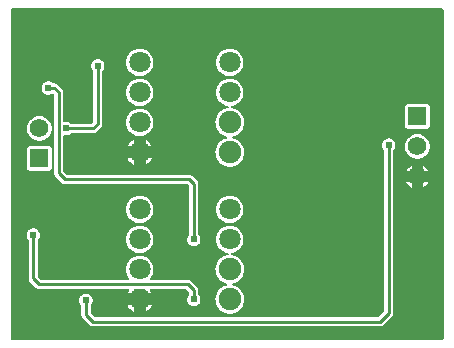
<source format=gbl>
G04 Layer: BottomLayer*
G04 EasyEDA v6.5.47, 2024-12-22 15:22:41*
G04 e1e7952599984f8b88d5fc9924ef2239,3d6967793dfb4ab392e21a473a945d40,10*
G04 Gerber Generator version 0.2*
G04 Scale: 100 percent, Rotated: No, Reflected: No *
G04 Dimensions in millimeters *
G04 leading zeros omitted , absolute positions ,4 integer and 5 decimal *
%FSLAX45Y45*%
%MOMM*%

%ADD10C,0.2540*%
%ADD11R,1.5748X1.5748*%
%ADD12C,1.5748*%
%ADD13C,1.8000*%
%ADD14C,1.9050*%
%ADD15C,0.6200*%
%ADD16C,0.0127*%

%LPD*%
G36*
X1420368Y3125978D02*
G01*
X1416456Y3126740D01*
X1413205Y3128975D01*
X1410970Y3132226D01*
X1410208Y3136138D01*
X1410208Y5920232D01*
X1410970Y5924143D01*
X1413205Y5927394D01*
X1416456Y5929630D01*
X1420368Y5930392D01*
X5063998Y5930392D01*
X5067909Y5929630D01*
X5071160Y5927394D01*
X5073396Y5924143D01*
X5074158Y5920232D01*
X5074158Y3136138D01*
X5073396Y3132226D01*
X5071160Y3128975D01*
X5067909Y3126740D01*
X5063998Y3125978D01*
G37*

%LPC*%
G36*
X2108708Y3237992D02*
G01*
X4533392Y3237992D01*
X4541418Y3238804D01*
X4548632Y3240989D01*
X4555337Y3244545D01*
X4561535Y3249676D01*
X4637024Y3325164D01*
X4642154Y3331362D01*
X4645710Y3338068D01*
X4647895Y3345281D01*
X4648708Y3353308D01*
X4648708Y4729480D01*
X4649419Y4733290D01*
X4651552Y4736541D01*
X4654346Y4739487D01*
X4659731Y4747463D01*
X4663744Y4756251D01*
X4666132Y4765598D01*
X4666996Y4775200D01*
X4666132Y4784801D01*
X4663744Y4794148D01*
X4659731Y4802936D01*
X4654346Y4810912D01*
X4647692Y4817872D01*
X4639919Y4823612D01*
X4631283Y4827981D01*
X4622088Y4830775D01*
X4612538Y4832045D01*
X4602886Y4831588D01*
X4593437Y4829556D01*
X4584496Y4826000D01*
X4576267Y4820920D01*
X4569053Y4814570D01*
X4562957Y4807051D01*
X4558284Y4798618D01*
X4555083Y4789525D01*
X4553458Y4780026D01*
X4553458Y4770374D01*
X4555083Y4760874D01*
X4558284Y4751781D01*
X4562957Y4743348D01*
X4569256Y4735626D01*
X4570933Y4732629D01*
X4571492Y4729226D01*
X4571492Y3373018D01*
X4570730Y3369106D01*
X4568494Y3365804D01*
X4520895Y3318205D01*
X4517593Y3315970D01*
X4513681Y3315208D01*
X2128418Y3315208D01*
X2124506Y3315970D01*
X2121204Y3318205D01*
X2087829Y3351580D01*
X2085593Y3354882D01*
X2084832Y3358794D01*
X2084832Y3414725D01*
X2085543Y3418484D01*
X2087676Y3421735D01*
X2090572Y3424783D01*
X2095957Y3432759D01*
X2099919Y3441547D01*
X2102358Y3450894D01*
X2103170Y3460496D01*
X2102358Y3470097D01*
X2099919Y3479444D01*
X2095957Y3488232D01*
X2090572Y3496208D01*
X2083866Y3503168D01*
X2076094Y3508908D01*
X2067509Y3513277D01*
X2058263Y3516071D01*
X2048713Y3517341D01*
X2039061Y3516884D01*
X2029663Y3514851D01*
X2020671Y3511296D01*
X2012492Y3506215D01*
X2005228Y3499865D01*
X1999183Y3492347D01*
X1994458Y3483914D01*
X1991258Y3474821D01*
X1989632Y3465322D01*
X1989632Y3455670D01*
X1991258Y3446170D01*
X1994458Y3437077D01*
X1999183Y3428644D01*
X2005380Y3420973D01*
X2007057Y3417976D01*
X2007616Y3414623D01*
X2007616Y3339084D01*
X2008428Y3331057D01*
X2010613Y3323844D01*
X2014169Y3317138D01*
X2019300Y3310940D01*
X2080564Y3249676D01*
X2086762Y3244545D01*
X2093468Y3240989D01*
X2100681Y3238804D01*
G37*
G36*
X3263900Y3345942D02*
G01*
X3278784Y3346856D01*
X3293465Y3349599D01*
X3307638Y3354120D01*
X3321202Y3360369D01*
X3333902Y3368243D01*
X3345535Y3377590D01*
X3355898Y3388309D01*
X3364890Y3400196D01*
X3372358Y3413099D01*
X3378149Y3426815D01*
X3382213Y3441192D01*
X3384499Y3455924D01*
X3384956Y3470808D01*
X3383584Y3485692D01*
X3380435Y3500272D01*
X3375456Y3514293D01*
X3368801Y3527653D01*
X3360572Y3540099D01*
X3350869Y3551428D01*
X3339846Y3561486D01*
X3327654Y3570071D01*
X3314547Y3577132D01*
X3300628Y3582517D01*
X3294227Y3584143D01*
X3290366Y3586073D01*
X3287623Y3589477D01*
X3286556Y3593693D01*
X3287369Y3597960D01*
X3289858Y3601516D01*
X3293618Y3603701D01*
X3307638Y3608120D01*
X3321202Y3614369D01*
X3333902Y3622243D01*
X3345535Y3631590D01*
X3355898Y3642309D01*
X3364890Y3654196D01*
X3372358Y3667099D01*
X3378149Y3680815D01*
X3382213Y3695192D01*
X3384499Y3709924D01*
X3384956Y3724808D01*
X3383584Y3739692D01*
X3380435Y3754272D01*
X3375456Y3768293D01*
X3368801Y3781653D01*
X3360572Y3794099D01*
X3350869Y3805428D01*
X3339846Y3815486D01*
X3327654Y3824071D01*
X3314547Y3831132D01*
X3300628Y3836517D01*
X3286150Y3840175D01*
X3282238Y3840683D01*
X3278378Y3841953D01*
X3275329Y3844696D01*
X3273602Y3848404D01*
X3273450Y3852468D01*
X3274923Y3856278D01*
X3277819Y3859174D01*
X3281578Y3860749D01*
X3292703Y3862832D01*
X3306572Y3867353D01*
X3319729Y3873550D01*
X3332022Y3881323D01*
X3343249Y3890619D01*
X3353206Y3901236D01*
X3361740Y3913022D01*
X3368751Y3925773D01*
X3374136Y3939286D01*
X3377742Y3953408D01*
X3379571Y3967835D01*
X3379571Y3982364D01*
X3377742Y3996791D01*
X3374136Y4010914D01*
X3368751Y4024426D01*
X3361740Y4037177D01*
X3353206Y4048963D01*
X3343249Y4059580D01*
X3332022Y4068876D01*
X3319729Y4076649D01*
X3306572Y4082846D01*
X3292703Y4087368D01*
X3278428Y4090060D01*
X3263900Y4090974D01*
X3249371Y4090060D01*
X3235096Y4087368D01*
X3221228Y4082846D01*
X3208070Y4076649D01*
X3195777Y4068876D01*
X3184550Y4059580D01*
X3174593Y4048963D01*
X3166059Y4037177D01*
X3159048Y4024426D01*
X3153664Y4010914D01*
X3150057Y3996791D01*
X3148228Y3982364D01*
X3148228Y3967835D01*
X3150057Y3953408D01*
X3153664Y3939286D01*
X3159048Y3925773D01*
X3166059Y3913022D01*
X3174593Y3901236D01*
X3184550Y3890619D01*
X3195777Y3881323D01*
X3208070Y3873550D01*
X3221228Y3867353D01*
X3235096Y3862832D01*
X3246221Y3860749D01*
X3249980Y3859174D01*
X3252876Y3856278D01*
X3254349Y3852468D01*
X3254197Y3848404D01*
X3252470Y3844696D01*
X3249422Y3841953D01*
X3245561Y3840683D01*
X3241649Y3840175D01*
X3227171Y3836517D01*
X3213252Y3831132D01*
X3200146Y3824071D01*
X3187954Y3815486D01*
X3176930Y3805428D01*
X3167227Y3794099D01*
X3158998Y3781653D01*
X3152343Y3768293D01*
X3147364Y3754272D01*
X3144215Y3739692D01*
X3142843Y3724808D01*
X3143300Y3709924D01*
X3145586Y3695192D01*
X3149650Y3680815D01*
X3155442Y3667099D01*
X3162909Y3654196D01*
X3171901Y3642309D01*
X3182264Y3631590D01*
X3193897Y3622243D01*
X3206597Y3614369D01*
X3220161Y3608120D01*
X3234182Y3603701D01*
X3237941Y3601516D01*
X3240430Y3597960D01*
X3241243Y3593693D01*
X3240176Y3589477D01*
X3237433Y3586073D01*
X3233572Y3584143D01*
X3227171Y3582517D01*
X3213252Y3577132D01*
X3200146Y3570071D01*
X3187954Y3561486D01*
X3176930Y3551428D01*
X3167227Y3540099D01*
X3158998Y3527653D01*
X3152343Y3514293D01*
X3147364Y3500272D01*
X3144215Y3485692D01*
X3142843Y3470808D01*
X3143300Y3455924D01*
X3145586Y3441192D01*
X3149650Y3426815D01*
X3155442Y3413099D01*
X3162909Y3400196D01*
X3171901Y3388309D01*
X3182264Y3377590D01*
X3193897Y3368243D01*
X3206597Y3360369D01*
X3220161Y3354120D01*
X3234334Y3349599D01*
X3249015Y3346856D01*
G37*
G36*
X2553258Y3363417D02*
G01*
X2557729Y3365550D01*
X2570022Y3373323D01*
X2581249Y3382619D01*
X2591206Y3393236D01*
X2599740Y3405022D01*
X2605633Y3415741D01*
X2553258Y3415741D01*
G37*
G36*
X2450541Y3363417D02*
G01*
X2450541Y3415741D01*
X2398166Y3415741D01*
X2404059Y3405022D01*
X2412593Y3393236D01*
X2422550Y3382619D01*
X2433777Y3373323D01*
X2446070Y3365550D01*
G37*
G36*
X2961538Y3410254D02*
G01*
X2971088Y3411524D01*
X2980283Y3414318D01*
X2988919Y3418687D01*
X2996692Y3424428D01*
X3003346Y3431387D01*
X3008731Y3439363D01*
X3012744Y3448151D01*
X3015132Y3457498D01*
X3015996Y3467100D01*
X3015132Y3476701D01*
X3012744Y3486048D01*
X3008731Y3494836D01*
X3003346Y3502812D01*
X3000552Y3505758D01*
X2998419Y3509010D01*
X2997708Y3512820D01*
X2997708Y3542792D01*
X2996895Y3550818D01*
X2994710Y3558032D01*
X2991154Y3564737D01*
X2986024Y3570935D01*
X2935935Y3621024D01*
X2929737Y3626154D01*
X2923032Y3629710D01*
X2915818Y3631895D01*
X2907792Y3632708D01*
X2600604Y3632708D01*
X2596235Y3633673D01*
X2592730Y3636416D01*
X2590749Y3640328D01*
X2590596Y3644747D01*
X2592374Y3648862D01*
X2599740Y3659022D01*
X2606751Y3671773D01*
X2612136Y3685286D01*
X2615742Y3699408D01*
X2617571Y3713835D01*
X2617571Y3728364D01*
X2615742Y3742791D01*
X2612136Y3756914D01*
X2606751Y3770426D01*
X2599740Y3783177D01*
X2591206Y3794963D01*
X2581249Y3805580D01*
X2570022Y3814876D01*
X2557729Y3822649D01*
X2544572Y3828846D01*
X2530703Y3833368D01*
X2516428Y3836060D01*
X2501900Y3836974D01*
X2487371Y3836060D01*
X2473096Y3833368D01*
X2459228Y3828846D01*
X2446070Y3822649D01*
X2433777Y3814876D01*
X2422550Y3805580D01*
X2412593Y3794963D01*
X2404059Y3783177D01*
X2397048Y3770426D01*
X2391664Y3756914D01*
X2388057Y3742791D01*
X2386228Y3728364D01*
X2386228Y3713835D01*
X2388057Y3699408D01*
X2391664Y3685286D01*
X2397048Y3671773D01*
X2404059Y3659022D01*
X2411425Y3648862D01*
X2413203Y3644747D01*
X2413050Y3640328D01*
X2411069Y3636416D01*
X2407564Y3633673D01*
X2403195Y3632708D01*
X1671218Y3632708D01*
X1667306Y3633470D01*
X1664004Y3635705D01*
X1641805Y3657904D01*
X1639570Y3661206D01*
X1638807Y3665118D01*
X1638807Y3967479D01*
X1639519Y3971290D01*
X1641652Y3974541D01*
X1644446Y3977487D01*
X1649831Y3985463D01*
X1653844Y3994251D01*
X1656232Y4003598D01*
X1657096Y4013200D01*
X1656232Y4022801D01*
X1653844Y4032148D01*
X1649831Y4040936D01*
X1644446Y4048912D01*
X1637792Y4055872D01*
X1630019Y4061612D01*
X1621383Y4065981D01*
X1612188Y4068775D01*
X1602638Y4070045D01*
X1592986Y4069587D01*
X1583537Y4067556D01*
X1574596Y4064000D01*
X1566367Y4058920D01*
X1559153Y4052570D01*
X1553057Y4045051D01*
X1548384Y4036618D01*
X1545183Y4027525D01*
X1543558Y4018026D01*
X1543558Y4008374D01*
X1545183Y3998874D01*
X1548384Y3989781D01*
X1553057Y3981348D01*
X1559356Y3973626D01*
X1561033Y3970629D01*
X1561592Y3967226D01*
X1561592Y3645408D01*
X1562404Y3637381D01*
X1564589Y3630168D01*
X1568145Y3623462D01*
X1573276Y3617264D01*
X1623364Y3567176D01*
X1629562Y3562045D01*
X1636268Y3558489D01*
X1643481Y3556304D01*
X1651507Y3555492D01*
X2403195Y3555492D01*
X2407564Y3554526D01*
X2411069Y3551783D01*
X2413050Y3547872D01*
X2413203Y3543452D01*
X2411425Y3539337D01*
X2404059Y3529177D01*
X2398166Y3518458D01*
X2450541Y3518458D01*
X2450541Y3545332D01*
X2451303Y3549243D01*
X2453538Y3552494D01*
X2456840Y3554729D01*
X2460701Y3555492D01*
X2543098Y3555492D01*
X2546959Y3554729D01*
X2550261Y3552494D01*
X2552496Y3549243D01*
X2553258Y3545332D01*
X2553258Y3518458D01*
X2605633Y3518458D01*
X2599740Y3529177D01*
X2592374Y3539337D01*
X2590596Y3543452D01*
X2590749Y3547872D01*
X2592730Y3551783D01*
X2596235Y3554526D01*
X2600604Y3555492D01*
X2888081Y3555492D01*
X2891993Y3554729D01*
X2895295Y3552494D01*
X2917494Y3530295D01*
X2919730Y3526993D01*
X2920492Y3523081D01*
X2920492Y3513074D01*
X2919933Y3509670D01*
X2918256Y3506673D01*
X2911957Y3498951D01*
X2907284Y3490518D01*
X2904083Y3481425D01*
X2902458Y3471926D01*
X2902458Y3462274D01*
X2904083Y3452774D01*
X2907284Y3443681D01*
X2911957Y3435248D01*
X2918053Y3427729D01*
X2925267Y3421379D01*
X2933496Y3416300D01*
X2942437Y3412744D01*
X2951886Y3410712D01*
G37*
G36*
X2501900Y3859225D02*
G01*
X2516428Y3860139D01*
X2530703Y3862832D01*
X2544572Y3867353D01*
X2557729Y3873550D01*
X2570022Y3881323D01*
X2581249Y3890619D01*
X2591206Y3901236D01*
X2599740Y3913022D01*
X2606751Y3925773D01*
X2612136Y3939286D01*
X2615742Y3953408D01*
X2617571Y3967835D01*
X2617571Y3982364D01*
X2615742Y3996791D01*
X2612136Y4010914D01*
X2606751Y4024426D01*
X2599740Y4037177D01*
X2591206Y4048963D01*
X2581249Y4059580D01*
X2570022Y4068876D01*
X2557729Y4076649D01*
X2544572Y4082846D01*
X2530703Y4087368D01*
X2516428Y4090060D01*
X2501900Y4090974D01*
X2487371Y4090060D01*
X2473096Y4087368D01*
X2459228Y4082846D01*
X2446070Y4076649D01*
X2433777Y4068876D01*
X2422550Y4059580D01*
X2412593Y4048963D01*
X2404059Y4037177D01*
X2397048Y4024426D01*
X2391664Y4010914D01*
X2388057Y3996791D01*
X2386228Y3982364D01*
X2386228Y3967835D01*
X2388057Y3953408D01*
X2391664Y3939286D01*
X2397048Y3925773D01*
X2404059Y3913022D01*
X2412593Y3901236D01*
X2422550Y3890619D01*
X2433777Y3881323D01*
X2446070Y3873550D01*
X2459228Y3867353D01*
X2473096Y3862832D01*
X2487371Y3860139D01*
G37*
G36*
X2961538Y3918254D02*
G01*
X2971088Y3919524D01*
X2980283Y3922318D01*
X2988919Y3926687D01*
X2996692Y3932428D01*
X3003346Y3939387D01*
X3008731Y3947363D01*
X3012744Y3956151D01*
X3015132Y3965498D01*
X3015996Y3975100D01*
X3015132Y3984701D01*
X3012744Y3994048D01*
X3008731Y4002836D01*
X3003346Y4010812D01*
X3000552Y4013758D01*
X2998419Y4017010D01*
X2997708Y4020820D01*
X2997708Y4444492D01*
X2996895Y4452518D01*
X2994710Y4459732D01*
X2991154Y4466437D01*
X2986024Y4472635D01*
X2948635Y4510024D01*
X2942437Y4515154D01*
X2935732Y4518710D01*
X2928518Y4520895D01*
X2920492Y4521708D01*
X1887118Y4521708D01*
X1883206Y4522470D01*
X1879904Y4524705D01*
X1857705Y4546904D01*
X1855470Y4550206D01*
X1854707Y4554118D01*
X1854707Y4849723D01*
X1855724Y4854092D01*
X1858467Y4857597D01*
X1862531Y4859578D01*
X1867001Y4859629D01*
X1872386Y4858512D01*
X1882038Y4858054D01*
X1891588Y4859324D01*
X1900783Y4862118D01*
X1909419Y4866487D01*
X1921459Y4875479D01*
X1925421Y4876292D01*
X2107692Y4876292D01*
X2115718Y4877104D01*
X2122932Y4879289D01*
X2129637Y4882845D01*
X2135835Y4887976D01*
X2173224Y4925364D01*
X2178354Y4931562D01*
X2181910Y4938268D01*
X2184095Y4945481D01*
X2184908Y4953508D01*
X2184908Y5401056D01*
X2185619Y5404866D01*
X2187752Y5408117D01*
X2190546Y5411063D01*
X2195931Y5419039D01*
X2199944Y5427827D01*
X2202332Y5437174D01*
X2203196Y5446776D01*
X2202332Y5456377D01*
X2199944Y5465724D01*
X2195931Y5474512D01*
X2190546Y5482488D01*
X2183892Y5489448D01*
X2176119Y5495188D01*
X2167483Y5499557D01*
X2158288Y5502351D01*
X2148738Y5503621D01*
X2139086Y5503164D01*
X2129637Y5501132D01*
X2120696Y5497576D01*
X2112467Y5492496D01*
X2105253Y5486146D01*
X2099157Y5478627D01*
X2094484Y5470194D01*
X2091283Y5461101D01*
X2089657Y5451602D01*
X2089657Y5441950D01*
X2091283Y5432450D01*
X2094484Y5423357D01*
X2099157Y5414924D01*
X2105456Y5407202D01*
X2107133Y5404205D01*
X2107692Y5400802D01*
X2107692Y4973218D01*
X2106930Y4969306D01*
X2104694Y4966004D01*
X2095195Y4956505D01*
X2091893Y4954270D01*
X2087981Y4953508D01*
X1925421Y4953508D01*
X1921459Y4954320D01*
X1909419Y4963312D01*
X1900783Y4967681D01*
X1891588Y4970475D01*
X1882038Y4971745D01*
X1872386Y4971288D01*
X1867001Y4970170D01*
X1862531Y4970221D01*
X1858467Y4972202D01*
X1855724Y4975707D01*
X1854707Y4980076D01*
X1854707Y5219192D01*
X1853895Y5227218D01*
X1851710Y5234432D01*
X1848154Y5241137D01*
X1843024Y5247335D01*
X1805635Y5284724D01*
X1799437Y5289854D01*
X1792732Y5293410D01*
X1785518Y5295595D01*
X1777492Y5296408D01*
X1773021Y5296408D01*
X1769059Y5297220D01*
X1757019Y5306212D01*
X1748383Y5310581D01*
X1739188Y5313375D01*
X1729638Y5314645D01*
X1719986Y5314188D01*
X1710537Y5312156D01*
X1701596Y5308600D01*
X1693367Y5303520D01*
X1686153Y5297170D01*
X1680057Y5289651D01*
X1675384Y5281218D01*
X1672183Y5272125D01*
X1670557Y5262626D01*
X1670557Y5252974D01*
X1672183Y5243474D01*
X1675384Y5234381D01*
X1680057Y5225948D01*
X1686153Y5218430D01*
X1693367Y5212080D01*
X1701596Y5207000D01*
X1710537Y5203444D01*
X1719986Y5201412D01*
X1729638Y5200954D01*
X1739188Y5202224D01*
X1748383Y5205018D01*
X1757019Y5209387D01*
X1761693Y5212080D01*
X1765300Y5212435D01*
X1768754Y5211521D01*
X1771700Y5209489D01*
X1774494Y5206695D01*
X1776730Y5203393D01*
X1777492Y5199481D01*
X1777492Y4534408D01*
X1778304Y4526381D01*
X1780489Y4519168D01*
X1784045Y4512462D01*
X1789175Y4506264D01*
X1839264Y4456176D01*
X1845462Y4451045D01*
X1852168Y4447489D01*
X1859381Y4445304D01*
X1867407Y4444492D01*
X2900781Y4444492D01*
X2904693Y4443730D01*
X2907995Y4441494D01*
X2917494Y4431995D01*
X2919730Y4428693D01*
X2920492Y4424781D01*
X2920492Y4021074D01*
X2919933Y4017670D01*
X2918256Y4014673D01*
X2911957Y4006951D01*
X2907284Y3998518D01*
X2904083Y3989425D01*
X2902458Y3979926D01*
X2902458Y3970274D01*
X2904083Y3960774D01*
X2907284Y3951681D01*
X2911957Y3943248D01*
X2918053Y3935729D01*
X2925267Y3929379D01*
X2933496Y3924300D01*
X2942437Y3920744D01*
X2951886Y3918712D01*
G37*
G36*
X3263900Y4113225D02*
G01*
X3278428Y4114139D01*
X3292703Y4116832D01*
X3306572Y4121353D01*
X3319729Y4127550D01*
X3332022Y4135323D01*
X3343249Y4144619D01*
X3353206Y4155236D01*
X3361740Y4167022D01*
X3368751Y4179773D01*
X3374136Y4193286D01*
X3377742Y4207408D01*
X3379571Y4221835D01*
X3379571Y4236364D01*
X3377742Y4250791D01*
X3374136Y4264914D01*
X3368751Y4278426D01*
X3361740Y4291177D01*
X3353206Y4302963D01*
X3343249Y4313580D01*
X3332022Y4322876D01*
X3319729Y4330649D01*
X3306572Y4336846D01*
X3292703Y4341368D01*
X3278428Y4344060D01*
X3263900Y4344974D01*
X3249371Y4344060D01*
X3235096Y4341368D01*
X3221228Y4336846D01*
X3208070Y4330649D01*
X3195777Y4322876D01*
X3184550Y4313580D01*
X3174593Y4302963D01*
X3166059Y4291177D01*
X3159048Y4278426D01*
X3153664Y4264914D01*
X3150057Y4250791D01*
X3148228Y4236364D01*
X3148228Y4221835D01*
X3150057Y4207408D01*
X3153664Y4193286D01*
X3159048Y4179773D01*
X3166059Y4167022D01*
X3174593Y4155236D01*
X3184550Y4144619D01*
X3195777Y4135323D01*
X3208070Y4127550D01*
X3221228Y4121353D01*
X3235096Y4116832D01*
X3249371Y4114139D01*
G37*
G36*
X2501900Y4113225D02*
G01*
X2516428Y4114139D01*
X2530703Y4116832D01*
X2544572Y4121353D01*
X2557729Y4127550D01*
X2570022Y4135323D01*
X2581249Y4144619D01*
X2591206Y4155236D01*
X2599740Y4167022D01*
X2606751Y4179773D01*
X2612136Y4193286D01*
X2615742Y4207408D01*
X2617571Y4221835D01*
X2617571Y4236364D01*
X2615742Y4250791D01*
X2612136Y4264914D01*
X2606751Y4278426D01*
X2599740Y4291177D01*
X2591206Y4302963D01*
X2581249Y4313580D01*
X2570022Y4322876D01*
X2557729Y4330649D01*
X2544572Y4336846D01*
X2530703Y4341368D01*
X2516428Y4344060D01*
X2501900Y4344974D01*
X2487371Y4344060D01*
X2473096Y4341368D01*
X2459228Y4336846D01*
X2446070Y4330649D01*
X2433777Y4322876D01*
X2422550Y4313580D01*
X2412593Y4302963D01*
X2404059Y4291177D01*
X2397048Y4278426D01*
X2391664Y4264914D01*
X2388057Y4250791D01*
X2386228Y4236364D01*
X2386228Y4221835D01*
X2388057Y4207408D01*
X2391664Y4193286D01*
X2397048Y4179773D01*
X2404059Y4167022D01*
X2412593Y4155236D01*
X2422550Y4144619D01*
X2433777Y4135323D01*
X2446070Y4127550D01*
X2459228Y4121353D01*
X2473096Y4116832D01*
X2487371Y4114139D01*
G37*
G36*
X4897120Y4414621D02*
G01*
X4903724Y4417872D01*
X4915103Y4425492D01*
X4925364Y4434535D01*
X4934407Y4444796D01*
X4942027Y4456176D01*
X4945278Y4462780D01*
X4897120Y4462780D01*
G37*
G36*
X4805680Y4414621D02*
G01*
X4805680Y4462780D01*
X4757521Y4462780D01*
X4760772Y4456176D01*
X4768392Y4444796D01*
X4777435Y4434535D01*
X4787696Y4425492D01*
X4799076Y4417872D01*
G37*
G36*
X4757521Y4554220D02*
G01*
X4805680Y4554220D01*
X4805680Y4602378D01*
X4799076Y4599127D01*
X4787696Y4591507D01*
X4777435Y4582464D01*
X4768392Y4572203D01*
X4760772Y4560824D01*
G37*
G36*
X4897120Y4554220D02*
G01*
X4945278Y4554220D01*
X4942027Y4560824D01*
X4934407Y4572203D01*
X4925364Y4582464D01*
X4915103Y4591507D01*
X4903724Y4599127D01*
X4897120Y4602378D01*
G37*
G36*
X1572818Y4556252D02*
G01*
X1729181Y4556252D01*
X1735480Y4556963D01*
X1740966Y4558893D01*
X1745843Y4561941D01*
X1749958Y4566056D01*
X1753006Y4570933D01*
X1754936Y4576419D01*
X1755648Y4582718D01*
X1755648Y4739081D01*
X1754936Y4745380D01*
X1753006Y4750866D01*
X1749958Y4755743D01*
X1745843Y4759858D01*
X1740966Y4762906D01*
X1735480Y4764836D01*
X1729181Y4765548D01*
X1572818Y4765548D01*
X1566519Y4764836D01*
X1561033Y4762906D01*
X1556156Y4759858D01*
X1552041Y4755743D01*
X1548993Y4750866D01*
X1547063Y4745380D01*
X1546352Y4739081D01*
X1546352Y4582718D01*
X1547063Y4576419D01*
X1548993Y4570933D01*
X1552041Y4566056D01*
X1556156Y4561941D01*
X1561033Y4558893D01*
X1566519Y4556963D01*
G37*
G36*
X3263900Y4590542D02*
G01*
X3278784Y4591456D01*
X3293465Y4594199D01*
X3307638Y4598720D01*
X3321202Y4604969D01*
X3333902Y4612843D01*
X3345535Y4622190D01*
X3355898Y4632909D01*
X3364890Y4644796D01*
X3372358Y4657699D01*
X3378149Y4671415D01*
X3382213Y4685792D01*
X3384499Y4700524D01*
X3384956Y4715408D01*
X3383584Y4730292D01*
X3380435Y4744872D01*
X3375456Y4758893D01*
X3368801Y4772253D01*
X3360572Y4784699D01*
X3350869Y4796028D01*
X3339846Y4806086D01*
X3327654Y4814671D01*
X3314547Y4821732D01*
X3300628Y4827117D01*
X3294227Y4828743D01*
X3290366Y4830673D01*
X3287623Y4834077D01*
X3286556Y4838293D01*
X3287369Y4842560D01*
X3289858Y4846116D01*
X3293618Y4848301D01*
X3307638Y4852720D01*
X3321202Y4858969D01*
X3333902Y4866843D01*
X3345535Y4876190D01*
X3355898Y4886909D01*
X3364890Y4898796D01*
X3372358Y4911699D01*
X3378149Y4925415D01*
X3382213Y4939792D01*
X3384499Y4954524D01*
X3384956Y4969408D01*
X3383584Y4984292D01*
X3380435Y4998872D01*
X3375456Y5012893D01*
X3368801Y5026253D01*
X3360572Y5038699D01*
X3350869Y5050028D01*
X3339846Y5060086D01*
X3327654Y5068671D01*
X3314547Y5075732D01*
X3300628Y5081117D01*
X3286150Y5084775D01*
X3282238Y5085283D01*
X3278378Y5086553D01*
X3275329Y5089296D01*
X3273602Y5093004D01*
X3273450Y5097068D01*
X3274923Y5100878D01*
X3277819Y5103774D01*
X3281578Y5105349D01*
X3292703Y5107432D01*
X3306572Y5111953D01*
X3319729Y5118150D01*
X3332022Y5125923D01*
X3343249Y5135219D01*
X3353206Y5145836D01*
X3361740Y5157622D01*
X3368751Y5170373D01*
X3374136Y5183886D01*
X3377742Y5198008D01*
X3379571Y5212435D01*
X3379571Y5226964D01*
X3377742Y5241391D01*
X3374136Y5255514D01*
X3368751Y5269026D01*
X3361740Y5281777D01*
X3353206Y5293563D01*
X3343249Y5304180D01*
X3332022Y5313476D01*
X3319729Y5321249D01*
X3306572Y5327446D01*
X3292703Y5331968D01*
X3278428Y5334660D01*
X3263900Y5335574D01*
X3249371Y5334660D01*
X3235096Y5331968D01*
X3221228Y5327446D01*
X3208070Y5321249D01*
X3195777Y5313476D01*
X3184550Y5304180D01*
X3174593Y5293563D01*
X3166059Y5281777D01*
X3159048Y5269026D01*
X3153664Y5255514D01*
X3150057Y5241391D01*
X3148228Y5226964D01*
X3148228Y5212435D01*
X3150057Y5198008D01*
X3153664Y5183886D01*
X3159048Y5170373D01*
X3166059Y5157622D01*
X3174593Y5145836D01*
X3184550Y5135219D01*
X3195777Y5125923D01*
X3208070Y5118150D01*
X3221228Y5111953D01*
X3235096Y5107432D01*
X3246221Y5105349D01*
X3249980Y5103774D01*
X3252876Y5100878D01*
X3254349Y5097068D01*
X3254197Y5093004D01*
X3252470Y5089296D01*
X3249422Y5086553D01*
X3245561Y5085283D01*
X3241649Y5084775D01*
X3227171Y5081117D01*
X3213252Y5075732D01*
X3200146Y5068671D01*
X3187954Y5060086D01*
X3176930Y5050028D01*
X3167227Y5038699D01*
X3158998Y5026253D01*
X3152343Y5012893D01*
X3147364Y4998872D01*
X3144215Y4984292D01*
X3142843Y4969408D01*
X3143300Y4954524D01*
X3145586Y4939792D01*
X3149650Y4925415D01*
X3155442Y4911699D01*
X3162909Y4898796D01*
X3171901Y4886909D01*
X3182264Y4876190D01*
X3193897Y4866843D01*
X3206597Y4858969D01*
X3220161Y4852720D01*
X3234182Y4848301D01*
X3237941Y4846116D01*
X3240430Y4842560D01*
X3241243Y4838293D01*
X3240176Y4834077D01*
X3237433Y4830673D01*
X3233572Y4828743D01*
X3227171Y4827117D01*
X3213252Y4821732D01*
X3200146Y4814671D01*
X3187954Y4806086D01*
X3176930Y4796028D01*
X3167227Y4784699D01*
X3158998Y4772253D01*
X3152343Y4758893D01*
X3147364Y4744872D01*
X3144215Y4730292D01*
X3142843Y4715408D01*
X3143300Y4700524D01*
X3145586Y4685792D01*
X3149650Y4671415D01*
X3155442Y4657699D01*
X3162909Y4644796D01*
X3171901Y4632909D01*
X3182264Y4622190D01*
X3193897Y4612843D01*
X3206597Y4604969D01*
X3220161Y4598720D01*
X3234334Y4594199D01*
X3249015Y4591456D01*
G37*
G36*
X2450541Y4608017D02*
G01*
X2450541Y4660341D01*
X2398166Y4660341D01*
X2404059Y4649622D01*
X2412593Y4637836D01*
X2422550Y4627219D01*
X2433777Y4617923D01*
X2446070Y4610150D01*
G37*
G36*
X2553258Y4608017D02*
G01*
X2557729Y4610150D01*
X2570022Y4617923D01*
X2581249Y4627219D01*
X2591206Y4637836D01*
X2599740Y4649622D01*
X2605633Y4660341D01*
X2553258Y4660341D01*
G37*
G36*
X4851400Y4657852D02*
G01*
X4865065Y4658766D01*
X4878476Y4661458D01*
X4891430Y4665827D01*
X4903724Y4671872D01*
X4915103Y4679492D01*
X4925364Y4688535D01*
X4934407Y4698796D01*
X4942027Y4710176D01*
X4948072Y4722469D01*
X4952441Y4735423D01*
X4955133Y4748834D01*
X4956048Y4762500D01*
X4955133Y4776165D01*
X4952441Y4789576D01*
X4948072Y4802530D01*
X4942027Y4814824D01*
X4934407Y4826203D01*
X4925364Y4836464D01*
X4915103Y4845507D01*
X4903724Y4853127D01*
X4891430Y4859172D01*
X4878476Y4863541D01*
X4865065Y4866233D01*
X4851400Y4867148D01*
X4837734Y4866233D01*
X4824323Y4863541D01*
X4811369Y4859172D01*
X4799076Y4853127D01*
X4787696Y4845507D01*
X4777435Y4836464D01*
X4768392Y4826203D01*
X4760772Y4814824D01*
X4754727Y4802530D01*
X4750358Y4789576D01*
X4747666Y4776165D01*
X4746752Y4762500D01*
X4747666Y4748834D01*
X4750358Y4735423D01*
X4754727Y4722469D01*
X4760772Y4710176D01*
X4768392Y4698796D01*
X4777435Y4688535D01*
X4787696Y4679492D01*
X4799076Y4671872D01*
X4811369Y4665827D01*
X4824323Y4661458D01*
X4837734Y4658766D01*
G37*
G36*
X2398166Y4763058D02*
G01*
X2450541Y4763058D01*
X2450541Y4815382D01*
X2446070Y4813249D01*
X2433777Y4805476D01*
X2422550Y4796180D01*
X2412593Y4785563D01*
X2404059Y4773777D01*
G37*
G36*
X2553258Y4763058D02*
G01*
X2605633Y4763058D01*
X2599740Y4773777D01*
X2591206Y4785563D01*
X2581249Y4796180D01*
X2570022Y4805476D01*
X2557729Y4813249D01*
X2553258Y4815382D01*
G37*
G36*
X1651000Y4810252D02*
G01*
X1664665Y4811166D01*
X1678076Y4813858D01*
X1691030Y4818227D01*
X1703324Y4824272D01*
X1714703Y4831892D01*
X1724964Y4840935D01*
X1734007Y4851196D01*
X1741627Y4862576D01*
X1747672Y4874869D01*
X1752041Y4887823D01*
X1754733Y4901234D01*
X1755648Y4914900D01*
X1754733Y4928565D01*
X1752041Y4941976D01*
X1747672Y4954930D01*
X1741627Y4967224D01*
X1734007Y4978603D01*
X1724964Y4988864D01*
X1714703Y4997907D01*
X1703324Y5005527D01*
X1691030Y5011572D01*
X1678076Y5015941D01*
X1664665Y5018633D01*
X1651000Y5019548D01*
X1637334Y5018633D01*
X1623923Y5015941D01*
X1610969Y5011572D01*
X1598676Y5005527D01*
X1587296Y4997907D01*
X1577035Y4988864D01*
X1567992Y4978603D01*
X1560372Y4967224D01*
X1554327Y4954930D01*
X1549958Y4941976D01*
X1547266Y4928565D01*
X1546352Y4914900D01*
X1547266Y4901234D01*
X1549958Y4887823D01*
X1554327Y4874869D01*
X1560372Y4862576D01*
X1567992Y4851196D01*
X1577035Y4840935D01*
X1587296Y4831892D01*
X1598676Y4824272D01*
X1610969Y4818227D01*
X1623923Y4813858D01*
X1637334Y4811166D01*
G37*
G36*
X2501900Y4849825D02*
G01*
X2516428Y4850739D01*
X2530703Y4853432D01*
X2544572Y4857953D01*
X2557729Y4864150D01*
X2570022Y4871923D01*
X2581249Y4881219D01*
X2591206Y4891836D01*
X2599740Y4903622D01*
X2606751Y4916373D01*
X2612136Y4929886D01*
X2615742Y4944008D01*
X2617571Y4958435D01*
X2617571Y4972964D01*
X2615742Y4987391D01*
X2612136Y5001514D01*
X2606751Y5015026D01*
X2599740Y5027777D01*
X2591206Y5039563D01*
X2581249Y5050180D01*
X2570022Y5059476D01*
X2557729Y5067249D01*
X2544572Y5073446D01*
X2530703Y5077968D01*
X2516428Y5080660D01*
X2501900Y5081574D01*
X2487371Y5080660D01*
X2473096Y5077968D01*
X2459228Y5073446D01*
X2446070Y5067249D01*
X2433777Y5059476D01*
X2422550Y5050180D01*
X2412593Y5039563D01*
X2404059Y5027777D01*
X2397048Y5015026D01*
X2391664Y5001514D01*
X2388057Y4987391D01*
X2386228Y4972964D01*
X2386228Y4958435D01*
X2388057Y4944008D01*
X2391664Y4929886D01*
X2397048Y4916373D01*
X2404059Y4903622D01*
X2412593Y4891836D01*
X2422550Y4881219D01*
X2433777Y4871923D01*
X2446070Y4864150D01*
X2459228Y4857953D01*
X2473096Y4853432D01*
X2487371Y4850739D01*
G37*
G36*
X4773218Y4911852D02*
G01*
X4929581Y4911852D01*
X4935880Y4912563D01*
X4941366Y4914493D01*
X4946243Y4917541D01*
X4950358Y4921656D01*
X4953406Y4926533D01*
X4955336Y4932019D01*
X4956048Y4938318D01*
X4956048Y5094681D01*
X4955336Y5100980D01*
X4953406Y5106466D01*
X4950358Y5111343D01*
X4946243Y5115458D01*
X4941366Y5118506D01*
X4935880Y5120436D01*
X4929581Y5121148D01*
X4773218Y5121148D01*
X4766919Y5120436D01*
X4761433Y5118506D01*
X4756556Y5115458D01*
X4752441Y5111343D01*
X4749393Y5106466D01*
X4747463Y5100980D01*
X4746752Y5094681D01*
X4746752Y4938318D01*
X4747463Y4932019D01*
X4749393Y4926533D01*
X4752441Y4921656D01*
X4756556Y4917541D01*
X4761433Y4914493D01*
X4766919Y4912563D01*
G37*
G36*
X2501900Y5103825D02*
G01*
X2516428Y5104739D01*
X2530703Y5107432D01*
X2544572Y5111953D01*
X2557729Y5118150D01*
X2570022Y5125923D01*
X2581249Y5135219D01*
X2591206Y5145836D01*
X2599740Y5157622D01*
X2606751Y5170373D01*
X2612136Y5183886D01*
X2615742Y5198008D01*
X2617571Y5212435D01*
X2617571Y5226964D01*
X2615742Y5241391D01*
X2612136Y5255514D01*
X2606751Y5269026D01*
X2599740Y5281777D01*
X2591206Y5293563D01*
X2581249Y5304180D01*
X2570022Y5313476D01*
X2557729Y5321249D01*
X2544572Y5327446D01*
X2530703Y5331968D01*
X2516428Y5334660D01*
X2501900Y5335574D01*
X2487371Y5334660D01*
X2473096Y5331968D01*
X2459228Y5327446D01*
X2446070Y5321249D01*
X2433777Y5313476D01*
X2422550Y5304180D01*
X2412593Y5293563D01*
X2404059Y5281777D01*
X2397048Y5269026D01*
X2391664Y5255514D01*
X2388057Y5241391D01*
X2386228Y5226964D01*
X2386228Y5212435D01*
X2388057Y5198008D01*
X2391664Y5183886D01*
X2397048Y5170373D01*
X2404059Y5157622D01*
X2412593Y5145836D01*
X2422550Y5135219D01*
X2433777Y5125923D01*
X2446070Y5118150D01*
X2459228Y5111953D01*
X2473096Y5107432D01*
X2487371Y5104739D01*
G37*
G36*
X3263900Y5357825D02*
G01*
X3278428Y5358739D01*
X3292703Y5361432D01*
X3306572Y5365953D01*
X3319729Y5372150D01*
X3332022Y5379923D01*
X3343249Y5389219D01*
X3353206Y5399836D01*
X3361740Y5411622D01*
X3368751Y5424373D01*
X3374136Y5437886D01*
X3377742Y5452008D01*
X3379571Y5466435D01*
X3379571Y5480964D01*
X3377742Y5495391D01*
X3374136Y5509514D01*
X3368751Y5523026D01*
X3361740Y5535777D01*
X3353206Y5547563D01*
X3343249Y5558180D01*
X3332022Y5567476D01*
X3319729Y5575249D01*
X3306572Y5581446D01*
X3292703Y5585968D01*
X3278428Y5588660D01*
X3263900Y5589574D01*
X3249371Y5588660D01*
X3235096Y5585968D01*
X3221228Y5581446D01*
X3208070Y5575249D01*
X3195777Y5567476D01*
X3184550Y5558180D01*
X3174593Y5547563D01*
X3166059Y5535777D01*
X3159048Y5523026D01*
X3153664Y5509514D01*
X3150057Y5495391D01*
X3148228Y5480964D01*
X3148228Y5466435D01*
X3150057Y5452008D01*
X3153664Y5437886D01*
X3159048Y5424373D01*
X3166059Y5411622D01*
X3174593Y5399836D01*
X3184550Y5389219D01*
X3195777Y5379923D01*
X3208070Y5372150D01*
X3221228Y5365953D01*
X3235096Y5361432D01*
X3249371Y5358739D01*
G37*
G36*
X2501900Y5357825D02*
G01*
X2516428Y5358739D01*
X2530703Y5361432D01*
X2544572Y5365953D01*
X2557729Y5372150D01*
X2570022Y5379923D01*
X2581249Y5389219D01*
X2591206Y5399836D01*
X2599740Y5411622D01*
X2606751Y5424373D01*
X2612136Y5437886D01*
X2615742Y5452008D01*
X2617571Y5466435D01*
X2617571Y5480964D01*
X2615742Y5495391D01*
X2612136Y5509514D01*
X2606751Y5523026D01*
X2599740Y5535777D01*
X2591206Y5547563D01*
X2581249Y5558180D01*
X2570022Y5567476D01*
X2557729Y5575249D01*
X2544572Y5581446D01*
X2530703Y5585968D01*
X2516428Y5588660D01*
X2501900Y5589574D01*
X2487371Y5588660D01*
X2473096Y5585968D01*
X2459228Y5581446D01*
X2446070Y5575249D01*
X2433777Y5567476D01*
X2422550Y5558180D01*
X2412593Y5547563D01*
X2404059Y5535777D01*
X2397048Y5523026D01*
X2391664Y5509514D01*
X2388057Y5495391D01*
X2386228Y5480964D01*
X2386228Y5466435D01*
X2388057Y5452008D01*
X2391664Y5437886D01*
X2397048Y5424373D01*
X2404059Y5411622D01*
X2412593Y5399836D01*
X2422550Y5389219D01*
X2433777Y5379923D01*
X2446070Y5372150D01*
X2459228Y5365953D01*
X2473096Y5361432D01*
X2487371Y5358739D01*
G37*

%LPD*%
D10*
X1727200Y5257800D02*
G01*
X1778000Y5257800D01*
X1816100Y5219700D01*
X1816100Y4533900D01*
X1866900Y4483100D01*
X2921000Y4483100D01*
X2959100Y4445000D01*
X2959100Y3975100D01*
X1879600Y4914900D02*
G01*
X2108200Y4914900D01*
X2146300Y4953000D01*
X2146300Y5446776D01*
X1600200Y4013200D02*
G01*
X1600200Y3644900D01*
X1651000Y3594100D01*
X2908300Y3594100D01*
X2959100Y3543300D01*
X2959100Y3467100D01*
X2046224Y3460495D02*
G01*
X2046224Y3338576D01*
X2108200Y3276600D01*
X4533900Y3276600D01*
X4610100Y3352800D01*
X4610100Y4775200D01*
D11*
G01*
X1651000Y4660900D03*
D12*
G01*
X1651000Y4914900D03*
G01*
X4851400Y4508500D03*
G01*
X4851400Y4762500D03*
D11*
G01*
X4851400Y5016500D03*
D13*
G01*
X2501900Y4229100D03*
G01*
X2501900Y3975100D03*
G01*
X2501900Y3721100D03*
G01*
X2501900Y3467100D03*
D14*
G01*
X3263900Y3467100D03*
D13*
G01*
X3263900Y3975100D03*
G01*
X3263900Y4229100D03*
D14*
G01*
X3263900Y3721100D03*
D13*
G01*
X2501900Y5473700D03*
G01*
X2501900Y5219700D03*
G01*
X2501900Y4965700D03*
G01*
X2501900Y4711700D03*
D14*
G01*
X3263900Y4711700D03*
D13*
G01*
X3263900Y5219700D03*
G01*
X3263900Y5473700D03*
D14*
G01*
X3263900Y4965700D03*
D15*
G01*
X2146300Y5446776D03*
G01*
X2959100Y3975100D03*
G01*
X2959100Y3467100D03*
G01*
X1600200Y4013200D03*
G01*
X4610100Y4775200D03*
G01*
X1879600Y4914900D03*
G01*
X1727200Y5257800D03*
G01*
X2046300Y3460495D03*
G01*
X4851400Y5361000D03*
G01*
X4380890Y5016500D03*
M02*

</source>
